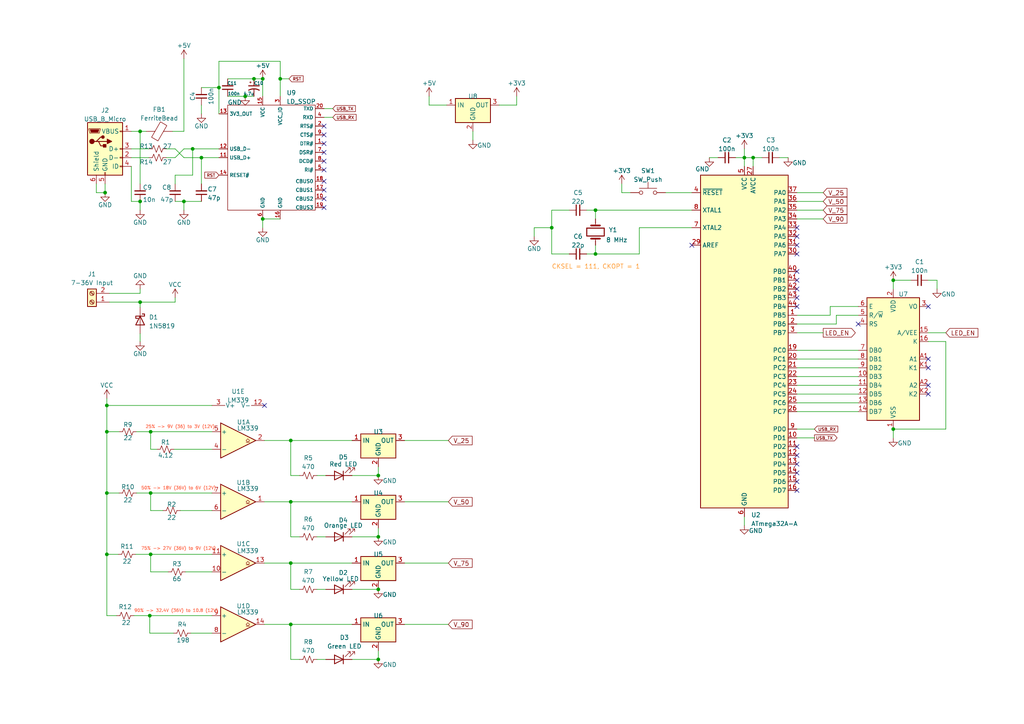
<source format=kicad_sch>
(kicad_sch (version 20230121) (generator eeschema)
  (paper "A4")
  (title_block (title "BattDicator") (date "2023-04-18") (rev "0.1"))
  (lib_symbols
    (symbol "Comparator:LM339" (pin_names (offset 0.127))
      (property "Reference" "U" (at 0 5.08 0))
      (property "Value" "LM339" (at 0 -5.08 0))
      (symbol "LM339_1_1"
        (polyline (pts (xy -5.08 5.08) (xy 5.08 0) (xy -5.08 -5.08) (xy -5.08 5.08)) (stroke (width 0.254)) (fill (type background)))
        (polyline (pts (xy 3.302 -0.508) (xy 2.794 -0.508) (xy 3.302 0) (xy 2.794 0.508) (xy 2.286 0) (xy 2.794 -0.508) (xy 2.286 -0.508)) (stroke (width 0.127)))
        (pin open_collector line (at 7.62 0 180) (length 2.54) (name "~") (number "2"))
        (pin input line (at -7.62 -2.54 0) (length 2.54) (name "-") (number "4"))
        (pin input line (at -7.62 2.54 0) (length 2.54) (name "+") (number "5"))
      )
      (symbol "LM339_2_1"
        (polyline (pts (xy -5.08 5.08) (xy 5.08 0) (xy -5.08 -5.08) (xy -5.08 5.08)) (stroke (width 0.254)) (fill (type background)))
        (polyline (pts (xy 3.302 -0.508) (xy 2.794 -0.508) (xy 3.302 0) (xy 2.794 0.508) (xy 2.286 0) (xy 2.794 -0.508) (xy 2.286 -0.508)) (stroke (width 0.127)))
        (pin open_collector line (at 7.62 0 180) (length 2.54) (name "~") (number "1"))
        (pin input line (at -7.62 -2.54 0) (length 2.54) (name "-") (number "6"))
        (pin input line (at -7.62 2.54 0) (length 2.54) (name "+") (number "7"))
      )
      (symbol "LM339_3_1"
        (polyline (pts (xy -5.08 5.08) (xy 5.08 0) (xy -5.08 -5.08) (xy -5.08 5.08)) (stroke (width 0.254)) (fill (type background)))
        (polyline (pts (xy 3.302 -0.508) (xy 2.794 -0.508) (xy 3.302 0) (xy 2.794 0.508) (xy 2.286 0) (xy 2.794 -0.508) (xy 2.286 -0.508)) (stroke (width 0.127)))
        (pin input line (at -7.62 -2.54 0) (length 2.54) (name "-") (number "10"))
        (pin input line (at -7.62 2.54 0) (length 2.54) (name "+") (number "11"))
        (pin open_collector line (at 7.62 0 180) (length 2.54) (name "~") (number "13"))
      )
      (symbol "LM339_4_1"
        (polyline (pts (xy -5.08 5.08) (xy 5.08 0) (xy -5.08 -5.08) (xy -5.08 5.08)) (stroke (width 0.254)) (fill (type background)))
        (polyline (pts (xy 3.302 -0.508) (xy 2.794 -0.508) (xy 3.302 0) (xy 2.794 0.508) (xy 2.286 0) (xy 2.794 -0.508) (xy 2.286 -0.508)) (stroke (width 0.127)))
        (pin open_collector line (at 7.62 0 180) (length 2.54) (name "~") (number "14"))
        (pin input line (at -7.62 -2.54 0) (length 2.54) (name "-") (number "8"))
        (pin input line (at -7.62 2.54 0) (length 2.54) (name "+") (number "9"))
      )
      (symbol "LM339_5_1"
        (pin power_in line (at -2.54 -7.62 90) (length 3.81) (name "V-") (number "12"))
        (pin power_in line (at -2.54 7.62 270) (length 3.81) (name "V+") (number "3"))
      )
    )
    (symbol "Connector:Screw_Terminal_01x02" (pin_names (offset 1.016) hide)
      (property "Reference" "J" (at 0 2.54 0))
      (property "Value" "Screw_Terminal_01x02" (at 0 -5.08 0))
      (symbol "Screw_Terminal_01x02_1_1"
        (rectangle (start -1.27 1.27) (end 1.27 -3.81) (stroke (width 0.254)) (fill (type background)))
        (circle (center 0 -2.54) (radius 0.635) (stroke (width 0.1524)))
        (polyline (pts (xy -0.5334 -2.2098) (xy 0.3302 -3.048)) (stroke (width 0.1524)))
        (polyline (pts (xy -0.5334 0.3302) (xy 0.3302 -0.508)) (stroke (width 0.1524)))
        (polyline (pts (xy -0.3556 -2.032) (xy 0.508 -2.8702)) (stroke (width 0.1524)))
        (polyline (pts (xy -0.3556 0.508) (xy 0.508 -0.3302)) (stroke (width 0.1524)))
        (circle (center 0 0) (radius 0.635) (stroke (width 0.1524)))
        (pin passive line (at -5.08 0 0) (length 3.81) (name "Pin_1") (number "1"))
        (pin passive line (at -5.08 -2.54 0) (length 3.81) (name "Pin_2") (number "2"))
      )
    )
    (symbol "Connector:USB_B_Micro" (pin_names (offset 1.016))
      (property "Reference" "J" (at -5.08 11.43 0))
      (property "Value" "USB_B_Micro" (at -5.08 8.89 0))
      (symbol "USB_B_Micro_0_1"
        (rectangle (start -5.08 -7.62) (end 5.08 7.62) (stroke (width 0.254)) (fill (type background)))
        (circle (center -3.81 2.159) (radius 0.635) (stroke (width 0.254)) (fill (type outline)))
        (circle (center -0.635 3.429) (radius 0.381) (stroke (width 0.254)) (fill (type outline)))
        (rectangle (start -0.127 -7.62) (end 0.127 -6.858))
        (polyline (pts (xy -1.905 2.159) (xy 0.635 2.159)) (stroke (width 0.254)))
        (polyline (pts (xy -3.175 2.159) (xy -2.54 2.159) (xy -1.27 3.429) (xy -0.635 3.429)) (stroke (width 0.254)))
        (polyline (pts (xy -2.54 2.159) (xy -1.905 2.159) (xy -1.27 0.889) (xy 0 0.889)) (stroke (width 0.254)))
        (polyline (pts (xy 0.635 2.794) (xy 0.635 1.524) (xy 1.905 2.159) (xy 0.635 2.794)) (stroke (width 0.254)) (fill (type outline)))
        (polyline (pts (xy -4.318 5.588) (xy -1.778 5.588) (xy -2.032 4.826) (xy -4.064 4.826) (xy -4.318 5.588)) (fill (type outline)))
        (polyline (pts (xy -4.699 5.842) (xy -4.699 5.588) (xy -4.445 4.826) (xy -4.445 4.572) (xy -1.651 4.572) (xy -1.651 4.826) (xy -1.397 5.588) (xy -1.397 5.842) (xy -4.699 5.842)))
        (rectangle (start 0.254 1.27) (end -0.508 0.508) (stroke (width 0.254)) (fill (type outline)))
        (rectangle (start 5.08 -5.207) (end 4.318 -4.953))
        (rectangle (start 5.08 -2.667) (end 4.318 -2.413))
        (rectangle (start 5.08 -0.127) (end 4.318 0.127))
        (rectangle (start 5.08 4.953) (end 4.318 5.207))
      )
      (symbol "USB_B_Micro_1_1"
        (pin power_out line (at 7.62 5.08 180) (length 2.54) (name "VBUS") (number "1"))
        (pin bidirectional line (at 7.62 -2.54 180) (length 2.54) (name "D-") (number "2"))
        (pin bidirectional line (at 7.62 0 180) (length 2.54) (name "D+") (number "3"))
        (pin passive line (at 7.62 -5.08 180) (length 2.54) (name "ID") (number "4"))
        (pin power_out line (at 0 -10.16 90) (length 2.54) (name "GND") (number "5"))
        (pin passive line (at -2.54 -10.16 90) (length 2.54) (name "Shield") (number "6"))
      )
    )
    (symbol "Converter_DCDC:OKI-78SR-3.3_1.5-W36-C"
      (property "Reference" "U" (at -3.81 3.175 0))
      (property "Value" "OKI-78SR-3.3_1.5-W36-C" (at 0 3.175 0))
      (symbol "OKI-78SR-3.3_1.5-W36-C_0_1"
        (rectangle (start -5.08 1.905) (end 5.08 -5.08) (stroke (width 0.254)) (fill (type background)))
      )
      (symbol "OKI-78SR-3.3_1.5-W36-C_1_1"
        (pin power_in line (at -7.62 0 0) (length 2.54) (name "IN") (number "1"))
        (pin power_in line (at 0 -7.62 90) (length 2.54) (name "GND") (number "2"))
        (pin power_out line (at 7.62 0 180) (length 2.54) (name "OUT") (number "3"))
      )
    )
    (symbol "Device:C_Polarized_Small_US" (pin_numbers hide) (pin_names (offset 0.254) hide)
      (property "Reference" "C" (at 0.254 1.778 0))
      (property "Value" "C_Polarized_Small_US" (at 0.254 -2.032 0))
      (symbol "C_Polarized_Small_US_0_1"
        (polyline (pts (xy -1.524 0.508) (xy 1.524 0.508)) (stroke (width 0.3048)))
        (polyline (pts (xy -1.27 1.524) (xy -0.762 1.524)))
        (polyline (pts (xy -1.016 1.27) (xy -1.016 1.778)))
        (arc (start 1.524 -0.762) (mid 0 -0.3734) (end -1.524 -0.762) (stroke (width 0.3048)))
      )
      (symbol "C_Polarized_Small_US_1_1"
        (pin passive line (at 0 2.54 270) (length 2.032) (name "~") (number "1"))
        (pin passive line (at 0 -2.54 90) (length 2.032) (name "~") (number "2"))
      )
    )
    (symbol "Device:C_Small" (pin_numbers hide) (pin_names (offset 0.254) hide)
      (property "Reference" "C" (at 0.254 1.778 0))
      (property "Value" "C_Small" (at 0.254 -2.032 0))
      (symbol "C_Small_0_1"
        (polyline (pts (xy -1.524 -0.508) (xy 1.524 -0.508)) (stroke (width 0.3302)))
        (polyline (pts (xy -1.524 0.508) (xy 1.524 0.508)) (stroke (width 0.3048)))
      )
      (symbol "C_Small_1_1"
        (pin passive line (at 0 2.54 270) (length 2.032) (name "~") (number "1"))
        (pin passive line (at 0 -2.54 90) (length 2.032) (name "~") (number "2"))
      )
    )
    (symbol "Device:Crystal" (pin_numbers hide) (pin_names (offset 1.016) hide)
      (property "Reference" "Y" (at 0 3.81 0))
      (property "Value" "Crystal" (at 0 -3.81 0))
      (symbol "Crystal_0_1"
        (rectangle (start -1.143 2.54) (end 1.143 -2.54) (stroke (width 0.3048)))
        (polyline (pts (xy -2.54 0) (xy -1.905 0)))
        (polyline (pts (xy -1.905 -1.27) (xy -1.905 1.27)) (stroke (width 0.508)))
        (polyline (pts (xy 1.905 -1.27) (xy 1.905 1.27)) (stroke (width 0.508)))
        (polyline (pts (xy 2.54 0) (xy 1.905 0)))
      )
      (symbol "Crystal_1_1"
        (pin passive line (at -3.81 0 0) (length 1.27) (name "1") (number "1"))
        (pin passive line (at 3.81 0 180) (length 1.27) (name "2") (number "2"))
      )
    )
    (symbol "Device:FerriteBead" (pin_numbers hide) (pin_names (offset 0))
      (property "Reference" "FB" (at -3.81 0.635 90))
      (property "Value" "FerriteBead" (at 3.81 0 90))
      (symbol "FerriteBead_0_1"
        (polyline (pts (xy 0 -1.27) (xy 0 -1.2192)))
        (polyline (pts (xy 0 1.27) (xy 0 1.2954)))
        (polyline (pts (xy -2.7686 0.4064) (xy -1.7018 2.2606) (xy 2.7686 -0.3048) (xy 1.6764 -2.159) (xy -2.7686 0.4064)))
      )
      (symbol "FerriteBead_1_1"
        (pin passive line (at 0 3.81 270) (length 2.54) (name "~") (number "1"))
        (pin passive line (at 0 -3.81 90) (length 2.54) (name "~") (number "2"))
      )
    )
    (symbol "Device:LED" (pin_numbers hide) (pin_names (offset 1.016) hide)
      (property "Reference" "D" (at 0 2.54 0))
      (property "Value" "LED" (at 0 -2.54 0))
      (symbol "LED_0_1"
        (polyline (pts (xy -1.27 -1.27) (xy -1.27 1.27)) (stroke (width 0.254)))
        (polyline (pts (xy -1.27 0) (xy 1.27 0)))
        (polyline (pts (xy 1.27 -1.27) (xy 1.27 1.27) (xy -1.27 0) (xy 1.27 -1.27)) (stroke (width 0.254)))
        (polyline (pts (xy -3.048 -0.762) (xy -4.572 -2.286) (xy -3.81 -2.286) (xy -4.572 -2.286) (xy -4.572 -1.524)))
        (polyline (pts (xy -1.778 -0.762) (xy -3.302 -2.286) (xy -2.54 -2.286) (xy -3.302 -2.286) (xy -3.302 -1.524)))
      )
      (symbol "LED_1_1"
        (pin passive line (at -3.81 0 0) (length 2.54) (name "K") (number "1"))
        (pin passive line (at 3.81 0 180) (length 2.54) (name "A") (number "2"))
      )
    )
    (symbol "Device:R_Small_US" (pin_numbers hide) (pin_names (offset 0.254) hide)
      (property "Reference" "R" (at 0.762 0.508 0))
      (property "Value" "R_Small_US" (at 0.762 -1.016 0))
      (symbol "R_Small_US_1_1"
        (polyline (pts (xy 0 0) (xy 1.016 -0.381) (xy 0 -0.762) (xy -1.016 -1.143) (xy 0 -1.524)))
        (polyline (pts (xy 0 1.524) (xy 1.016 1.143) (xy 0 0.762) (xy -1.016 0.381) (xy 0 0)))
        (pin passive line (at 0 2.54 270) (length 1.016) (name "~") (number "1"))
        (pin passive line (at 0 -2.54 90) (length 1.016) (name "~") (number "2"))
      )
    )
    (symbol "Diode:1N5819" (pin_numbers hide) (pin_names (offset 1.016) hide)
      (property "Reference" "D" (at 0 2.54 0))
      (property "Value" "1N5819" (at 0 -2.54 0))
      (symbol "1N5819_0_1"
        (polyline (pts (xy 1.27 0) (xy -1.27 0)))
        (polyline (pts (xy 1.27 1.27) (xy 1.27 -1.27) (xy -1.27 0) (xy 1.27 1.27)) (stroke (width 0.254)))
        (polyline (pts (xy -1.905 0.635) (xy -1.905 1.27) (xy -1.27 1.27) (xy -1.27 -1.27) (xy -0.635 -1.27) (xy -0.635 -0.635)) (stroke (width 0.254)))
      )
      (symbol "1N5819_1_1"
        (pin passive line (at -3.81 0 0) (length 2.54) (name "K") (number "1"))
        (pin passive line (at 3.81 0 180) (length 2.54) (name "A") (number "2"))
      )
    )
    (symbol "Display_Character:LCD-016N002L"
      (property "Reference" "U" (at -6.35 18.796 0))
      (property "Value" "LCD-016N002L" (at 8.636 18.796 0))
      (symbol "LCD-016N002L_1_1"
        (rectangle (start -7.62 17.78) (end 7.62 -17.78) (stroke (width 0.254)) (fill (type background)))
        (pin power_in line (at 0 -20.32 90) (length 2.54) (name "VSS") (number "1"))
        (pin bidirectional line (at -10.16 -5.08 0) (length 2.54) (name "DB3") (number "10"))
        (pin bidirectional line (at -10.16 -7.62 0) (length 2.54) (name "DB4") (number "11"))
        (pin bidirectional line (at -10.16 -10.16 0) (length 2.54) (name "DB5") (number "12"))
        (pin bidirectional line (at -10.16 -12.7 0) (length 2.54) (name "DB6") (number "13"))
        (pin bidirectional line (at -10.16 -15.24 0) (length 2.54) (name "DB7") (number "14"))
        (pin power_in line (at 10.16 7.62 180) (length 2.54) (name "A/VEE") (number "15"))
        (pin power_in line (at 10.16 5.08 180) (length 2.54) (name "K") (number "16"))
        (pin power_in line (at 0 20.32 270) (length 2.54) (name "VDD") (number "2"))
        (pin input line (at 10.16 15.24 180) (length 2.54) (name "VO") (number "3"))
        (pin input line (at -10.16 10.16 0) (length 2.54) (name "RS") (number "4"))
        (pin input line (at -10.16 12.7 0) (length 2.54) (name "R/~{W}") (number "5"))
        (pin input line (at -10.16 15.24 0) (length 2.54) (name "E") (number "6"))
        (pin bidirectional line (at -10.16 2.54 0) (length 2.54) (name "DB0") (number "7"))
        (pin bidirectional line (at -10.16 0 0) (length 2.54) (name "DB1") (number "8"))
        (pin bidirectional line (at -10.16 -2.54 0) (length 2.54) (name "DB2") (number "9"))
        (pin power_in line (at 10.16 0 180) (length 2.54) (name "A1") (number "A1"))
        (pin power_in line (at 10.16 -7.62 180) (length 2.54) (name "A2") (number "A2"))
        (pin power_in line (at 10.16 -2.54 180) (length 2.54) (name "K1") (number "K1"))
        (pin power_in line (at 10.16 -10.16 180) (length 2.54) (name "K2") (number "K2"))
      )
    )
    (symbol "FT231X:LD SSOP"
      (property "Reference" "U" (at 0 -2.54 0))
      (property "Value" "LD_SSOP" (at 0 -4.445 0))
      (symbol "LD SSOP_0_1"
        (rectangle (start -12.7 15.24) (end 12.7 -15.24))
      )
      (symbol "LD SSOP_1_1"
        (pin output line (at 15.24 4.064 180) (length 2.54) (name "DTR#") (number "1"))
        (pin bidirectional line (at 15.24 -11.938 180) (length 2.54) (name "CBUS2") (number "10"))
        (pin input line (at -15.24 0 0) (length 2.54) (name "USB_D+") (number "11"))
        (pin input line (at -15.24 2.54 0) (length 2.54) (name "USB_D-") (number "12"))
        (pin power_in line (at -15.24 12.7 0) (length 2.54) (name "3V3_OUT") (number "13"))
        (pin input line (at -15.24 -5.08 0) (length 2.54) (name "RESET#") (number "14"))
        (pin power_in line (at -2.54 17.78 270) (length 2.54) (name "VCC") (number "15"))
        (pin power_in line (at 2.54 -17.78 90) (length 2.54) (name "GND") (number "16"))
        (pin bidirectional line (at 15.24 -9.398 180) (length 2.54) (name "CBUS1") (number "17"))
        (pin bidirectional line (at 15.24 -6.858 180) (length 2.54) (name "CBUS0") (number "18"))
        (pin bidirectional line (at 15.24 -14.478 180) (length 2.54) (name "CBUS3") (number "19"))
        (pin output line (at 15.24 9.144 180) (length 2.54) (name "RTS#") (number "2"))
        (pin output line (at 15.24 14.224 180) (length 2.54) (name "TXD") (number "20"))
        (pin power_in line (at 2.54 17.78 270) (length 2.54) (name "VCC_IO") (number "3"))
        (pin input line (at 15.24 11.684 180) (length 2.54) (name "RXD") (number "4"))
        (pin input line (at 15.24 -3.556 180) (length 2.54) (name "RI#") (number "5"))
        (pin power_in line (at -2.54 -17.78 90) (length 2.54) (name "GND") (number "6"))
        (pin input line (at 15.24 1.524 180) (length 2.54) (name "DSR#") (number "7"))
        (pin input line (at 15.24 -1.016 180) (length 2.54) (name "DCD#") (number "8"))
        (pin input line (at 15.24 6.604 180) (length 2.54) (name "CTS#") (number "9"))
      )
    )
    (symbol "MCU_Microchip_ATmega:ATmega32A-A"
      (property "Reference" "U" (at -12.7 49.53 0))
      (property "Value" "ATmega32A-A" (at 2.54 -49.53 0))
      (symbol "ATmega32A-A_0_1"
        (rectangle (start -12.7 -48.26) (end 12.7 48.26) (stroke (width 0.254)) (fill (type background)))
      )
      (symbol "ATmega32A-A_1_1"
        (pin bidirectional line (at 15.24 7.62 180) (length 2.54) (name "PB5") (number "1"))
        (pin bidirectional line (at 15.24 -27.94 180) (length 2.54) (name "PD1") (number "10"))
        (pin bidirectional line (at 15.24 -30.48 180) (length 2.54) (name "PD2") (number "11"))
        (pin bidirectional line (at 15.24 -33.02 180) (length 2.54) (name "PD3") (number "12"))
        (pin bidirectional line (at 15.24 -35.56 180) (length 2.54) (name "PD4") (number "13"))
        (pin bidirectional line (at 15.24 -38.1 180) (length 2.54) (name "PD5") (number "14"))
        (pin bidirectional line (at 15.24 -40.64 180) (length 2.54) (name "PD6") (number "15"))
        (pin bidirectional line (at 15.24 -43.18 180) (length 2.54) (name "PD7") (number "16"))
        (pin passive line (at 0 50.8 270) (length 2.54) hide (name "VCC") (number "17"))
        (pin passive line (at 0 -50.8 90) (length 2.54) hide (name "GND") (number "18"))
        (pin bidirectional line (at 15.24 -2.54 180) (length 2.54) (name "PC0") (number "19"))
        (pin bidirectional line (at 15.24 5.08 180) (length 2.54) (name "PB6") (number "2"))
        (pin bidirectional line (at 15.24 -5.08 180) (length 2.54) (name "PC1") (number "20"))
        (pin bidirectional line (at 15.24 -7.62 180) (length 2.54) (name "PC2") (number "21"))
        (pin bidirectional line (at 15.24 -10.16 180) (length 2.54) (name "PC3") (number "22"))
        (pin bidirectional line (at 15.24 -12.7 180) (length 2.54) (name "PC4") (number "23"))
        (pin bidirectional line (at 15.24 -15.24 180) (length 2.54) (name "PC5") (number "24"))
        (pin bidirectional line (at 15.24 -17.78 180) (length 2.54) (name "PC6") (number "25"))
        (pin bidirectional line (at 15.24 -20.32 180) (length 2.54) (name "PC7") (number "26"))
        (pin power_in line (at 2.54 50.8 270) (length 2.54) (name "AVCC") (number "27"))
        (pin passive line (at 0 -50.8 90) (length 2.54) hide (name "GND") (number "28"))
        (pin passive line (at -15.24 27.94 0) (length 2.54) (name "AREF") (number "29"))
        (pin bidirectional line (at 15.24 2.54 180) (length 2.54) (name "PB7") (number "3"))
        (pin bidirectional line (at 15.24 25.4 180) (length 2.54) (name "PA7") (number "30"))
        (pin bidirectional line (at 15.24 27.94 180) (length 2.54) (name "PA6") (number "31"))
        (pin bidirectional line (at 15.24 30.48 180) (length 2.54) (name "PA5") (number "32"))
        (pin bidirectional line (at 15.24 33.02 180) (length 2.54) (name "PA4") (number "33"))
        (pin bidirectional line (at 15.24 35.56 180) (length 2.54) (name "PA3") (number "34"))
        (pin bidirectional line (at 15.24 38.1 180) (length 2.54) (name "PA2") (number "35"))
        (pin bidirectional line (at 15.24 40.64 180) (length 2.54) (name "PA1") (number "36"))
        (pin bidirectional line (at 15.24 43.18 180) (length 2.54) (name "PA0") (number "37"))
        (pin passive line (at 0 50.8 270) (length 2.54) hide (name "VCC") (number "38"))
        (pin passive line (at 0 -50.8 90) (length 2.54) hide (name "GND") (number "39"))
        (pin input line (at -15.24 43.18 0) (length 2.54) (name "~{RESET}") (number "4"))
        (pin bidirectional line (at 15.24 20.32 180) (length 2.54) (name "PB0") (number "40"))
        (pin bidirectional line (at 15.24 17.78 180) (length 2.54) (name "PB1") (number "41"))
        (pin bidirectional line (at 15.24 15.24 180) (length 2.54) (name "PB2") (number "42"))
        (pin bidirectional line (at 15.24 12.7 180) (length 2.54) (name "PB3") (number "43"))
        (pin bidirectional line (at 15.24 10.16 180) (length 2.54) (name "PB4") (number "44"))
        (pin power_in line (at 0 50.8 270) (length 2.54) (name "VCC") (number "5"))
        (pin power_in line (at 0 -50.8 90) (length 2.54) (name "GND") (number "6"))
        (pin output line (at -15.24 33.02 0) (length 2.54) (name "XTAL2") (number "7"))
        (pin input line (at -15.24 38.1 0) (length 2.54) (name "XTAL1") (number "8"))
        (pin bidirectional line (at 15.24 -25.4 180) (length 2.54) (name "PD0") (number "9"))
      )
    )
    (symbol "Switch:SW_Push" (pin_numbers hide) (pin_names (offset 1.016) hide)
      (property "Reference" "SW" (at 1.27 2.54 0))
      (property "Value" "SW_Push" (at 0 -1.524 0))
      (symbol "SW_Push_0_1"
        (circle (center -2.032 0) (radius 0.508))
        (polyline (pts (xy 0 1.27) (xy 0 3.048)))
        (polyline (pts (xy 2.54 1.27) (xy -2.54 1.27)))
        (circle (center 2.032 0) (radius 0.508))
        (pin passive line (at -5.08 0 0) (length 2.54) (name "1") (number "1"))
        (pin passive line (at 5.08 0 180) (length 2.54) (name "2") (number "2"))
      )
    )
    (symbol "power:+3V3" (power) (pin_names (offset 0))
      (property "Value" "+3V3" (at 0 3.556 0))
      (symbol "+3V3_0_1"
        (polyline (pts (xy -0.762 1.27) (xy 0 2.54)))
        (polyline (pts (xy 0 0) (xy 0 2.54)))
        (polyline (pts (xy 0 2.54) (xy 0.762 1.27)))
      )
      (symbol "+3V3_1_1"
        (pin power_in line (at 0 0 90) (length 0) hide (name "+3V3") (number "1"))
      )
    )
    (symbol "power:+5V" (power) (pin_names (offset 0))
      (property "Value" "+5V" (at 0 3.556 0))
      (symbol "+5V_0_1"
        (polyline (pts (xy -0.762 1.27) (xy 0 2.54)))
        (polyline (pts (xy 0 0) (xy 0 2.54)))
        (polyline (pts (xy 0 2.54) (xy 0.762 1.27)))
      )
      (symbol "+5V_1_1"
        (pin power_in line (at 0 0 90) (length 0) hide (name "+5V") (number "1"))
      )
    )
    (symbol "power:GND" (power) (pin_names (offset 0))
      (property "Value" "GND" (at 0 -3.81 0))
      (symbol "GND_0_1"
        (polyline (pts (xy 0 0) (xy 0 -1.27) (xy 1.27 -1.27) (xy 0 -2.54) (xy -1.27 -1.27) (xy 0 -1.27)))
      )
      (symbol "GND_1_1"
        (pin power_in line (at 0 0 270) (length 0) hide (name "GND") (number "1"))
      )
    )
    (symbol "power:VCC" (power) (pin_names (offset 0))
      (property "Value" "VCC" (at 0 3.81 0))
      (symbol "VCC_0_1"
        (polyline (pts (xy -0.762 1.27) (xy 0 2.54)))
        (polyline (pts (xy 0 0) (xy 0 2.54)))
        (polyline (pts (xy 0 2.54) (xy 0.762 1.27)))
      )
      (symbol "VCC_1_1"
        (pin power_in line (at 0 0 90) (length 0) hide (name "VCC") (number "1"))
      )
    )
  )
  (junction (at 71.12 27.94))
  (junction (at 76.2 22.86))
  (junction (at 30.48 55.88))
  (junction (at 172.72 73.66))
  (junction (at 43.688 143.002))
  (junction (at 40.64 87.63))
  (junction (at 84.328 145.542))
  (junction (at 43.688 125.222))
  (junction (at 55.88 43.18))
  (junction (at 58.42 45.72))
  (junction (at 84.328 181.102))
  (junction (at 30.988 160.782))
  (junction (at 84.328 127.762))
  (junction (at 30.988 143.002))
  (junction (at 40.64 58.42))
  (junction (at 53.34 58.42))
  (junction (at 259.08 81.28))
  (junction (at 84.328 163.322))
  (junction (at 109.728 137.922))
  (junction (at 81.28 22.86))
  (junction (at 160.02 66.04))
  (junction (at 30.988 125.222))
  (junction (at 63.5 25.4))
  (junction (at 30.988 117.602))
  (junction (at 172.72 60.96))
  (junction (at 76.2 63.5))
  (junction (at 218.44 45.72))
  (junction (at 109.728 191.262))
  (junction (at 259.08 124.46))
  (junction (at 40.64 38.1))
  (junction (at 215.9 45.72))
  (junction (at 73.66 22.86))
  (junction (at 43.688 160.782))
  (junction (at 109.728 170.942))
  (junction (at 43.434 178.562))
  (junction (at 109.728 155.702))
  (no_connect (at 93.98 46.736))
  (no_connect (at 269.24 106.68))
  (no_connect (at 76.708 117.602))
  (no_connect (at 248.92 93.98))
  (no_connect (at 269.24 114.3))
  (no_connect (at 231.14 139.7))
  (no_connect (at 93.98 44.196))
  (no_connect (at 231.14 71.12))
  (no_connect (at 200.66 71.12))
  (no_connect (at 231.14 66.04))
  (no_connect (at 93.98 39.116))
  (no_connect (at 93.98 41.656))
  (no_connect (at 269.24 88.9))
  (no_connect (at 231.14 137.16))
  (no_connect (at 93.98 49.276))
  (no_connect (at 231.14 78.74))
  (no_connect (at 231.14 81.28))
  (no_connect (at 231.14 129.54))
  (no_connect (at 231.14 142.24))
  (no_connect (at 93.98 55.118))
  (no_connect (at 93.98 52.578))
  (no_connect (at 93.98 57.658))
  (no_connect (at 231.14 68.58))
  (no_connect (at 231.14 83.82))
  (no_connect (at 231.14 132.08))
  (no_connect (at 269.24 104.14))
  (no_connect (at 231.14 73.66))
  (no_connect (at 231.14 134.62))
  (no_connect (at 231.14 86.36))
  (no_connect (at 231.14 88.9))
  (no_connect (at 269.24 111.76))
  (no_connect (at 93.98 60.198))
  (no_connect (at 93.98 36.576))
  (wire (pts (xy 124.46 27.94) (xy 124.46 30.48)))
  (wire (pts (xy 52.324 148.082) (xy 61.468 148.082)))
  (wire (pts (xy 91.948 170.942) (xy 94.488 170.942)))
  (wire (pts (xy 43.688 160.782) (xy 43.688 165.862)))
  (wire (pts (xy 55.88 43.18) (xy 63.5 43.18)))
  (wire (pts (xy 117.348 163.322) (xy 130.048 163.322)))
  (wire (pts (xy 50.8 87.63) (xy 50.8 86.36)))
  (wire (pts (xy 172.72 71.12) (xy 172.72 73.66)))
  (wire (pts (xy 40.64 58.42) (xy 40.64 60.96)))
  (wire (pts (xy 231.14 58.42) (xy 238.76 58.42)))
  (wire (pts (xy 215.9 45.72) (xy 218.44 45.72)))
  (wire (pts (xy 38.1 38.1) (xy 40.64 38.1)))
  (wire (pts (xy 259.08 81.28) (xy 264.16 81.28)))
  (wire (pts (xy 30.988 143.002) (xy 34.544 143.002)))
  (wire (pts (xy 53.848 165.862) (xy 61.468 165.862)))
  (wire (pts (xy 30.988 143.002) (xy 30.988 160.782)))
  (wire (pts (xy 84.328 170.942) (xy 86.868 170.942)))
  (wire (pts (xy 185.42 73.66) (xy 172.72 73.66)))
  (wire (pts (xy 58.42 45.72) (xy 58.42 53.34)))
  (wire (pts (xy 30.988 125.222) (xy 30.988 143.002)))
  (wire (pts (xy 172.72 60.96) (xy 200.66 60.96)))
  (wire (pts (xy 165.1 73.66) (xy 160.02 73.66)))
  (wire (pts (xy 30.988 160.782) (xy 34.29 160.782)))
  (wire (pts (xy 81.28 22.86) (xy 81.28 17.78)))
  (wire (pts (xy 63.5 33.02) (xy 63.5 25.4)))
  (wire (pts (xy 218.44 45.72) (xy 218.44 48.26)))
  (wire (pts (xy 231.14 63.5) (xy 238.76 63.5)))
  (wire (pts (xy 84.328 145.542) (xy 84.328 155.702)))
  (wire (pts (xy 124.46 30.48) (xy 129.54 30.48)))
  (wire (pts (xy 231.14 60.96) (xy 238.76 60.96)))
  (wire (pts (xy 218.44 45.72) (xy 220.98 45.72)))
  (wire (pts (xy 53.34 58.42) (xy 50.8 58.42)))
  (wire (pts (xy 109.728 135.382) (xy 109.728 137.922)))
  (wire (pts (xy 91.948 191.262) (xy 94.488 191.262)))
  (wire (pts (xy 38.1 48.26) (xy 38.1 58.42)))
  (wire (pts (xy 43.688 143.002) (xy 39.624 143.002)))
  (wire (pts (xy 160.02 73.66) (xy 160.02 66.04)))
  (wire (pts (xy 40.64 38.1) (xy 42.418 38.1)))
  (wire (pts (xy 55.88 50.8) (xy 50.8 50.8)))
  (wire (pts (xy 84.328 155.702) (xy 86.868 155.702)))
  (wire (pts (xy 81.28 22.86) (xy 81.28 27.94)))
  (wire (pts (xy 76.708 163.322) (xy 84.328 163.322)))
  (wire (pts (xy 149.86 30.48) (xy 149.86 27.94)))
  (wire (pts (xy 43.688 125.222) (xy 43.688 130.302)))
  (wire (pts (xy 30.988 117.602) (xy 30.988 125.222)))
  (wire (pts (xy 27.94 53.34) (xy 27.94 55.88)))
  (wire (pts (xy 83.82 22.86) (xy 81.28 22.86)))
  (wire (pts (xy 43.688 148.082) (xy 47.244 148.082)))
  (wire (pts (xy 93.98 34.036) (xy 96.52 34.036)))
  (wire (pts (xy 30.988 125.222) (xy 34.544 125.222)))
  (wire (pts (xy 109.728 155.702) (xy 109.728 153.162)))
  (wire (pts (xy 84.328 191.262) (xy 84.328 181.102)))
  (wire (pts (xy 81.28 17.78) (xy 63.5 17.78)))
  (wire (pts (xy 231.14 114.3) (xy 248.92 114.3)))
  (wire (pts (xy 231.14 104.14) (xy 248.92 104.14)))
  (wire (pts (xy 231.14 111.76) (xy 248.92 111.76)))
  (wire (pts (xy 40.64 38.1) (xy 40.64 53.34)))
  (wire (pts (xy 269.24 99.06) (xy 274.32 99.06)))
  (wire (pts (xy 117.348 127.762) (xy 130.048 127.762)))
  (wire (pts (xy 50.038 38.1) (xy 53.34 38.1)))
  (wire (pts (xy 55.88 43.18) (xy 55.88 50.8)))
  (wire (pts (xy 215.9 43.18) (xy 215.9 45.72)))
  (wire (pts (xy 172.72 60.96) (xy 170.18 60.96)))
  (wire (pts (xy 84.328 127.762) (xy 84.328 137.922)))
  (wire (pts (xy 236.22 124.46) (xy 231.14 124.46)))
  (wire (pts (xy 58.42 58.42) (xy 53.34 58.42)))
  (wire (pts (xy 30.988 178.562) (xy 33.782 178.562)))
  (wire (pts (xy 231.14 119.38) (xy 248.92 119.38)))
  (wire (pts (xy 269.24 81.28) (xy 271.78 81.28)))
  (wire (pts (xy 53.34 17.018) (xy 53.34 38.1)))
  (wire (pts (xy 31.75 87.63) (xy 40.64 87.63)))
  (wire (pts (xy 40.64 87.63) (xy 50.8 87.63)))
  (wire (pts (xy 154.94 66.04) (xy 160.02 66.04)))
  (wire (pts (xy 86.868 191.262) (xy 84.328 191.262)))
  (wire (pts (xy 66.04 22.86) (xy 73.66 22.86)))
  (wire (pts (xy 172.72 73.66) (xy 170.18 73.66)))
  (wire (pts (xy 50.546 130.302) (xy 61.468 130.302)))
  (wire (pts (xy 102.108 170.942) (xy 109.728 170.942)))
  (wire (pts (xy 39.37 160.782) (xy 43.688 160.782)))
  (wire (pts (xy 231.14 91.44) (xy 240.792 91.44)))
  (wire (pts (xy 43.688 130.302) (xy 45.466 130.302)))
  (wire (pts (xy 231.14 106.68) (xy 248.92 106.68)))
  (wire (pts (xy 84.328 145.542) (xy 102.108 145.542)))
  (wire (pts (xy 160.02 66.04) (xy 160.02 60.96)))
  (wire (pts (xy 109.728 191.262) (xy 109.728 188.722)))
  (wire (pts (xy 84.328 181.102) (xy 102.108 181.102)))
  (wire (pts (xy 137.16 38.1) (xy 137.16 40.64)))
  (wire (pts (xy 117.348 145.542) (xy 130.048 145.542)))
  (wire (pts (xy 102.108 191.262) (xy 109.728 191.262)))
  (wire (pts (xy 43.688 125.222) (xy 61.468 125.222)))
  (wire (pts (xy 71.12 27.94) (xy 73.66 27.94)))
  (wire (pts (xy 30.988 115.57) (xy 30.988 117.602)))
  (wire (pts (xy 259.08 124.46) (xy 274.32 124.46)))
  (wire (pts (xy 81.28 63.5) (xy 76.2 63.5)))
  (wire (pts (xy 215.9 149.86) (xy 215.9 152.4)))
  (wire (pts (xy 76.708 145.542) (xy 84.328 145.542)))
  (wire (pts (xy 144.78 30.48) (xy 149.86 30.48)))
  (wire (pts (xy 84.328 163.322) (xy 102.108 163.322)))
  (wire (pts (xy 200.66 66.04) (xy 185.42 66.04)))
  (wire (pts (xy 185.42 66.04) (xy 185.42 73.66)))
  (wire (pts (xy 84.328 163.322) (xy 84.328 170.942)))
  (wire (pts (xy 66.04 27.94) (xy 71.12 27.94)))
  (wire (pts (xy 30.988 117.602) (xy 61.468 117.602)))
  (wire (pts (xy 38.1 43.18) (xy 43.18 43.18)))
  (wire (pts (xy 240.792 88.9) (xy 248.92 88.9)))
  (wire (pts (xy 53.34 43.18) (xy 55.88 43.18)))
  (wire (pts (xy 43.434 178.562) (xy 61.468 178.562)))
  (wire (pts (xy 160.02 60.96) (xy 165.1 60.96)))
  (wire (pts (xy 40.64 87.63) (xy 40.64 89.154)))
  (wire (pts (xy 231.14 109.22) (xy 248.92 109.22)))
  (wire (pts (xy 215.9 45.72) (xy 215.9 48.26)))
  (wire (pts (xy 172.72 63.5) (xy 172.72 60.96)))
  (wire (pts (xy 50.8 45.72) (xy 53.34 43.18)))
  (wire (pts (xy 269.24 96.52) (xy 274.32 96.52)))
  (wire (pts (xy 242.57 93.98) (xy 242.57 91.44)))
  (wire (pts (xy 84.328 127.762) (xy 102.108 127.762)))
  (wire (pts (xy 63.5 25.4) (xy 58.42 25.4)))
  (wire (pts (xy 31.75 85.09) (xy 40.64 85.09)))
  (wire (pts (xy 259.08 81.28) (xy 259.08 83.82)))
  (wire (pts (xy 102.108 137.922) (xy 109.728 137.922)))
  (wire (pts (xy 27.94 55.88) (xy 30.48 55.88)))
  (wire (pts (xy 43.434 183.642) (xy 50.292 183.642)))
  (wire (pts (xy 180.34 55.88) (xy 182.88 55.88)))
  (wire (pts (xy 58.42 30.48) (xy 58.42 33.02)))
  (wire (pts (xy 76.2 22.86) (xy 76.2 27.94)))
  (wire (pts (xy 38.1 45.72) (xy 43.18 45.72)))
  (wire (pts (xy 240.792 91.44) (xy 240.792 88.9)))
  (wire (pts (xy 40.64 85.09) (xy 40.64 83.82)))
  (wire (pts (xy 180.34 53.34) (xy 180.34 55.88)))
  (wire (pts (xy 43.434 178.562) (xy 43.434 183.642)))
  (wire (pts (xy 91.948 137.922) (xy 94.488 137.922)))
  (wire (pts (xy 193.04 55.88) (xy 200.66 55.88)))
  (wire (pts (xy 117.348 181.102) (xy 130.048 181.102)))
  (wire (pts (xy 259.08 124.46) (xy 259.08 127)))
  (wire (pts (xy 55.372 183.642) (xy 61.468 183.642)))
  (wire (pts (xy 242.57 91.44) (xy 248.92 91.44)))
  (wire (pts (xy 96.52 31.496) (xy 93.98 31.496)))
  (wire (pts (xy 43.688 143.002) (xy 61.468 143.002)))
  (wire (pts (xy 271.78 81.28) (xy 271.78 83.82)))
  (wire (pts (xy 30.988 160.782) (xy 30.988 178.562)))
  (wire (pts (xy 236.22 127) (xy 231.14 127)))
  (wire (pts (xy 73.66 22.86) (xy 76.2 22.86)))
  (wire (pts (xy 43.688 160.782) (xy 61.468 160.782)))
  (wire (pts (xy 231.14 55.88) (xy 238.76 55.88)))
  (wire (pts (xy 205.74 45.72) (xy 208.28 45.72)))
  (wire (pts (xy 43.688 143.002) (xy 43.688 148.082)))
  (wire (pts (xy 84.328 137.922) (xy 86.868 137.922)))
  (wire (pts (xy 231.14 116.84) (xy 248.92 116.84)))
  (wire (pts (xy 63.5 17.78) (xy 63.5 25.4)))
  (wire (pts (xy 48.26 43.18) (xy 50.8 43.18)))
  (wire (pts (xy 274.32 99.06) (xy 274.32 124.46)))
  (wire (pts (xy 76.708 181.102) (xy 84.328 181.102)))
  (wire (pts (xy 53.34 58.42) (xy 53.34 60.96)))
  (wire (pts (xy 231.14 96.52) (xy 238.76 96.52)))
  (wire (pts (xy 30.48 53.34) (xy 30.48 55.88)))
  (wire (pts (xy 50.8 43.18) (xy 53.34 45.72)))
  (wire (pts (xy 91.948 155.702) (xy 94.488 155.702)))
  (wire (pts (xy 102.108 155.702) (xy 109.728 155.702)))
  (wire (pts (xy 231.14 101.6) (xy 248.92 101.6)))
  (wire (pts (xy 40.64 96.774) (xy 40.64 99.06)))
  (wire (pts (xy 58.42 45.72) (xy 63.5 45.72)))
  (wire (pts (xy 38.862 178.562) (xy 43.434 178.562)))
  (wire (pts (xy 226.06 45.72) (xy 228.6 45.72)))
  (wire (pts (xy 213.36 45.72) (xy 215.9 45.72)))
  (wire (pts (xy 48.26 45.72) (xy 50.8 45.72)))
  (wire (pts (xy 50.8 50.8) (xy 50.8 53.34)))
  (wire (pts (xy 53.34 45.72) (xy 58.42 45.72)))
  (wire (pts (xy 43.688 165.862) (xy 48.768 165.862)))
  (wire (pts (xy 76.2 63.5) (xy 76.2 66.04)))
  (wire (pts (xy 39.624 125.222) (xy 43.688 125.222)))
  (wire (pts (xy 38.1 58.42) (xy 40.64 58.42)))
  (wire (pts (xy 231.14 93.98) (xy 242.57 93.98)))
  (wire (pts (xy 76.708 127.762) (xy 84.328 127.762)))
  (wire (pts (xy 154.94 68.58) (xy 154.94 66.04)))
  (text "CKSEL = 111, CKOPT = 1" (at 160.02 78.232 0) (effects (font (size 1.27 1.27)) (justify left bottom)))
  (text "25% -> 9V (36) to 3V (12V)" (at 42.164 124.46 0) (effects (font (size 0.889 0.889)) (justify left bottom)))
  (text "90% -> 32.4V (36V) to 10.8 (12V)" (at 38.862 177.8 0) (effects (font (size 0.889 0.889)) (justify left bottom)))
  (text "50% -> 18V (36V) to 6V (12V)" (at 40.894 142.24 0) (effects (font (size 0.889 0.889)) (justify left bottom)))
  (text "75% -> 27V (36V) to 9V (12V)" (at 40.894 159.766 0) (effects (font (size 0.889 0.889)) (justify left bottom)))
  (global_label "V_25" (shape input) (at 238.76 55.88 0) (property "Intersheetrefs" "${INTERSHEET_REFS}" (effects hide)))
  (global_label "USB_RX" (shape input) (at 96.52 34.036 0) (effects (font (size 0.889 0.889))) (property "Intersheetrefs" "${INTERSHEET_REFS}" (effects hide)))
  (global_label "V_75" (shape input) (at 238.76 60.96 0) (property "Intersheetrefs" "${INTERSHEET_REFS}" (effects hide)))
  (global_label "LED_EN" (shape output) (at 238.76 96.52 0) (property "Intersheetrefs" "${INTERSHEET_REFS}" (effects hide)))
  (global_label "USB_RX" (shape input) (at 236.22 124.46 0) (effects (font (size 0.889 0.889))) (property "Intersheetrefs" "${INTERSHEET_REFS}" (effects hide)))
  (global_label "RST" (shape input) (at 83.82 22.86 0) (effects (font (size 0.889 0.889))) (property "Intersheetrefs" "${INTERSHEET_REFS}" (effects hide)))
  (global_label "LED_EN" (shape input) (at 274.32 96.52 0) (property "Intersheetrefs" "${INTERSHEET_REFS}" (effects hide)))
  (global_label "V_50" (shape input) (at 130.048 145.542 0) (property "Intersheetrefs" "${INTERSHEET_REFS}" (effects hide)))
  (global_label "V_75" (shape input) (at 130.048 163.322 0) (property "Intersheetrefs" "${INTERSHEET_REFS}" (effects hide)))
  (global_label "USB_TX" (shape input) (at 96.52 31.496 0) (effects (font (size 0.889 0.889))) (property "Intersheetrefs" "${INTERSHEET_REFS}" (effects hide)))
  (global_label "V_90" (shape input) (at 238.76 63.5 0) (property "Intersheetrefs" "${INTERSHEET_REFS}" (effects hide)))
  (global_label "V_90" (shape input) (at 130.048 181.102 0) (property "Intersheetrefs" "${INTERSHEET_REFS}" (effects hide)))
  (global_label "USB_TX" (shape output) (at 236.22 127 0) (effects (font (size 0.889 0.889))) (property "Intersheetrefs" "${INTERSHEET_REFS}" (effects hide)))
  (global_label "RST" (shape input) (at 63.5 50.8 180) (effects (font (size 0.889 0.889))) (property "Intersheetrefs" "${INTERSHEET_REFS}" (effects hide)))
  (global_label "V_50" (shape input) (at 238.76 58.42 0) (property "Intersheetrefs" "${INTERSHEET_REFS}" (effects hide)))
  (global_label "V_25" (shape input) (at 130.048 127.762 0) (property "Intersheetrefs" "${INTERSHEET_REFS}" (effects hide)))
  (symbol (lib_id "Connector:Screw_Terminal_01x02") (at 26.67 87.63 180) (unit 1)
    (property "Reference" "J1" (at 26.67 79.502 0))
    (property "Value" "7-36V Input" (at 26.67 82.042 0))
  )
  (symbol (lib_id "power:GND") (at 30.48 55.88 0) (unit 1)
    (property "Reference" "#PWR020" (effects hide))
    (property "Value" "GND" (at 30.48 59.436 0))
  )
  (symbol (lib_id "Device:R_Small_US") (at 36.83 160.782 90) (unit 1)
    (property "Reference" "R11" (at 36.83 158.496 90))
    (property "Value" "22" (at 36.83 162.814 90))
  )
  (symbol (lib_id "power:+5V") (at 124.46 27.94 0) (unit 1)
    (property "Reference" "#PWR028" (effects hide))
    (property "Value" "+VUSB" (at 124.46 24.13 0))
  )
  (symbol (lib_id "Device:R_Small_US") (at 89.408 191.262 90) (unit 1)
    (property "Reference" "R8" (at 89.408 186.182 90))
    (property "Value" "470" (at 89.408 188.722 90))
    (property "Footprint" "Resistor_SMD:R_0805_2012Metric_Pad1.20x1.40mm_HandSolder" (effects hide))
  )
  (symbol (lib_id "Device:R_Small_US") (at 49.784 148.082 90) (unit 1)
    (property "Reference" "R2" (at 49.784 146.304 90))
    (property "Value" "22" (at 49.784 150.114 90))
    (property "Footprint" "Resistor_SMD:R_0805_2012Metric_Pad1.20x1.40mm_HandSolder" (effects hide))
  )
  (symbol (lib_id "Comparator:LM339") (at 69.088 115.062 90) (unit 5)
    (property "Reference" "U1" (at 69.088 113.538 90))
    (property "Value" "LM339" (at 69.088 116.078 90))
    (property "Footprint" "Package_SO:SO-14_3.9x8.65mm_P1.27mm" (effects hide))
    (property "Datasheet" "https://www.st.com/resource/en/datasheet/lm139.pdf" (effects hide))
  )
  (symbol (lib_id "power:+3V3") (at 259.08 81.28 0) (unit 1)
    (property "Reference" "#PWR014" (effects hide))
    (property "Value" "+3V3" (at 259.08 77.47 0))
  )
  (symbol (lib_id "Device:C_Small") (at 167.64 73.66 90) (unit 1)
    (property "Reference" "C6" (at 167.6463 68.58 90))
    (property "Value" "22p" (at 167.6463 71.12 90))
    (property "Footprint" "Capacitor_SMD:C_0805_2012Metric_Pad1.18x1.45mm_HandSolder" (effects hide))
  )
  (symbol (lib_id "power:GND") (at 109.728 191.262 0) (unit 1)
    (property "Reference" "#PWR06" (effects hide))
    (property "Value" "GND" (at 113.03 192.786 0))
  )
  (symbol (lib_id "Converter_DCDC:OKI-78SR-3.3_1.5-W36-C") (at 109.728 163.322 0) (unit 1)
    (property "Reference" "U5" (at 109.728 160.782 0))
    (property "Value" "OKI-78SR-3.3_1.5-W36-C" (effects hide))
    (property "Footprint" "Converter_DCDC:Converter_DCDC_Murata_OKI-78SR_Vertical" (effects hide))
    (property "Datasheet" "https://power.murata.com/data/power/oki-78sr.pdf" (effects hide))
  )
  (symbol (lib_id "Device:FerriteBead") (at 46.228 38.1 90) (unit 1)
    (property "Reference" "FB1" (at 46.1772 31.75 90))
    (property "Value" "FerriteBead" (at 46.1772 34.29 90))
    (property "Footprint" "Ferrite_THT:LairdTech_28C0236-0JW-10" (effects hide))
  )
  (symbol (lib_id "power:GND") (at 154.94 68.58 0) (unit 1)
    (property "Reference" "#PWR025" (effects hide))
    (property "Value" "GND" (at 154.94 72.136 0))
  )
  (symbol (lib_id "power:GND") (at 109.728 137.922 0) (unit 1)
    (property "Reference" "#PWR03" (effects hide))
    (property "Value" "GND" (at 113.03 139.446 0))
  )
  (symbol (lib_id "Device:LED") (at 98.298 155.702 180) (unit 1)
    (property "Reference" "D4" (at 99.568 150.876 0))
    (property "Value" "Orange LED" (at 99.568 152.4 0))
  )
  (symbol (lib_id "Device:R_Small_US") (at 48.006 130.302 90) (unit 1)
    (property "Reference" "R1" (at 48.006 128.27 90))
    (property "Value" "4.12" (at 48.006 132.08 90))
    (property "Footprint" "Resistor_SMD:R_0805_2012Metric_Pad1.20x1.40mm_HandSolder" (effects hide))
  )
  (symbol (lib_id "Device:LED") (at 98.298 137.922 180) (unit 1)
    (property "Reference" "D5" (at 99.568 132.588 0))
    (property "Value" "Red LED" (at 99.568 134.62 0))
  )
  (symbol (lib_id "Device:R_Small_US") (at 51.308 165.862 90) (unit 1)
    (property "Reference" "R3" (at 51.308 163.576 90))
    (property "Value" "66" (at 51.308 167.894 90))
    (property "Footprint" "Resistor_SMD:R_0805_2012Metric_Pad1.20x1.40mm_HandSolder" (effects hide))
  )
  (symbol (lib_id "Comparator:LM339") (at 69.088 181.102 0) (unit 4)
    (property "Reference" "U1" (at 70.612 175.768 0))
    (property "Value" "LM339" (at 71.882 177.546 0))
    (property "Footprint" "Package_SO:SO-14_3.9x8.65mm_P1.27mm" (effects hide))
    (property "Datasheet" "https://www.st.com/resource/en/datasheet/lm139.pdf" (effects hide))
  )
  (symbol (lib_id "Device:C_Small") (at 167.64 60.96 90) (unit 1)
    (property "Reference" "C5" (at 167.6463 55.88 90))
    (property "Value" "22p" (at 167.6463 58.42 90))
    (property "Footprint" "Capacitor_SMD:C_0805_2012Metric_Pad1.18x1.45mm_HandSolder" (effects hide))
  )
  (symbol (lib_id "power:GND") (at 40.64 60.96 0) (unit 1)
    (property "Reference" "#PWR026" (effects hide))
    (property "Value" "GND" (at 40.64 64.516 0))
  )
  (symbol (lib_id "power:GND") (at 53.34 60.96 0) (unit 1)
    (property "Reference" "#PWR027" (effects hide))
    (property "Value" "GND" (at 53.34 64.516 0))
  )
  (symbol (lib_id "Comparator:LM339") (at 69.088 127.762 0) (unit 1)
    (property "Reference" "U1" (at 70.612 122.428 0))
    (property "Value" "LM339" (at 71.882 124.206 0))
    (property "Footprint" "Package_SO:SO-14_3.9x8.65mm_P1.27mm" (effects hide))
    (property "Datasheet" "https://www.st.com/resource/en/datasheet/lm139.pdf" (effects hide))
  )
  (symbol (lib_id "power:+5V") (at 53.34 17.018 0) (unit 1)
    (property "Reference" "#PWR023" (effects hide))
    (property "Value" "+VUSB" (at 53.34 13.208 0))
  )
  (symbol (lib_id "power:+3V3") (at 180.34 53.34 0) (unit 1)
    (property "Reference" "#PWR015" (effects hide))
    (property "Value" "+3V3" (at 180.34 49.53 0))
  )
  (symbol (lib_id "power:VCC") (at 30.988 115.57 0) (unit 1)
    (property "Reference" "#PWR08" (effects hide))
    (property "Value" "+VBATT" (at 30.988 111.76 0))
  )
  (symbol (lib_id "Device:C_Small") (at 223.52 45.72 90) (unit 1)
    (property "Reference" "C3" (at 223.5263 40.64 90))
    (property "Value" "100n" (at 223.5263 43.18 90))
    (property "Footprint" "Capacitor_SMD:C_0805_2012Metric_Pad1.18x1.45mm_HandSolder" (effects hide))
  )
  (symbol (lib_id "Device:R_Small_US") (at 45.72 45.72 90) (unit 1)
    (property "Reference" "R14" (at 42.418 46.99 90))
    (property "Value" "27" (at 48.514 46.99 90))
    (property "Footprint" "Resistor_SMD:R_0805_2012Metric_Pad1.20x1.40mm_HandSolder" (effects hide))
  )
  (symbol (lib_id "MCU_Microchip_ATmega:ATmega32A-A") (at 215.9 99.06 0) (unit 1)
    (property "Reference" "U2" (at 217.8559 149.352 0) (effects (justify left)))
    (property "Value" "ATmega32A-A" (at 217.8559 151.892 0) (effects (justify left)))
    (property "Footprint" "Package_QFP:TQFP-44_10x10mm_P0.8mm" (effects hide))
    (property "Datasheet" "http://ww1.microchip.com/downloads/en/DeviceDoc/atmel-8155-8-bit-microcontroller-avr-atmega32a_datasheet.pdf" (effects hide))
  )
  (symbol (lib_id "power:GND") (at 76.2 66.04 0) (unit 1)
    (property "Reference" "#PWR019" (effects hide))
    (property "Value" "GND" (at 76.2 69.596 0))
  )
  (symbol (lib_id "power:GND") (at 137.16 40.64 0) (unit 1)
    (property "Reference" "#PWR011" (effects hide))
    (property "Value" "GND" (at 140.462 42.164 0))
  )
  (symbol (lib_id "Device:R_Small_US") (at 89.408 137.922 90) (unit 1)
    (property "Reference" "R5" (at 89.408 132.842 90))
    (property "Value" "470" (at 89.408 135.382 90))
    (property "Footprint" "Resistor_SMD:R_0805_2012Metric_Pad1.20x1.40mm_HandSolder" (effects hide))
  )
  (symbol (lib_id "Device:R_Small_US") (at 37.084 125.222 90) (unit 1)
    (property "Reference" "R9" (at 37.084 123.19 90))
    (property "Value" "22" (at 37.084 127 90))
    (property "Footprint" "Resistor_SMD:R_0805_2012Metric_Pad1.20x1.40mm_HandSolder" (effects hide))
  )
  (symbol (lib_id "Device:LED") (at 98.298 170.942 180) (unit 1)
    (property "Reference" "D2" (at 99.568 166.116 0))
    (property "Value" "Yellow LED" (at 98.806 167.894 0))
  )
  (symbol (lib_id "power:GND") (at 71.12 27.94 0) (unit 1)
    (property "Reference" "#PWR021" (effects hide))
    (property "Value" "GND" (at 68.072 29.718 0))
  )
  (symbol (lib_id "power:GND") (at 40.64 99.06 0) (unit 1)
    (property "Reference" "#PWR01" (effects hide))
    (property "Value" "GND" (at 40.64 102.616 0))
  )
  (symbol (lib_id "power:GND") (at 215.9 152.4 0) (unit 1)
    (property "Reference" "#PWR09" (effects hide))
    (property "Value" "GND" (at 219.202 153.924 0))
  )
  (symbol (lib_id "power:GND") (at 58.42 33.02 0) (unit 1)
    (property "Reference" "#PWR022" (effects hide))
    (property "Value" "GND" (at 58.42 36.576 0))
  )
  (symbol (lib_id "power:GND") (at 109.728 155.702 0) (unit 1)
    (property "Reference" "#PWR04" (effects hide))
    (property "Value" "GND" (at 113.03 157.226 0))
  )
  (symbol (lib_id "power:+3V3") (at 215.9 43.18 0) (unit 1)
    (property "Reference" "#PWR013" (effects hide))
    (property "Value" "+3V3" (at 215.9 39.37 0))
  )
  (symbol (lib_id "Device:LED") (at 98.298 191.262 180) (unit 1)
    (property "Reference" "D3" (at 99.8855 184.912 0))
    (property "Value" "Green LED" (at 99.8855 187.452 0))
  )
  (symbol (lib_id "Display_Character:LCD-016N002L") (at 259.08 104.14 0) (unit 1)
    (property "Reference" "U7" (at 260.604 85.344 0) (effects (justify left)))
    (property "Value" "LCD-016N002L" (effects hide))
    (property "Footprint" "Display:HY1602E" (effects hide))
    (property "Datasheet" "http://www.vishay.com/docs/37299/37299.pdf" (effects hide))
  )
  (symbol (lib_id "Diode:1N5819") (at 40.64 92.964 270) (unit 1)
    (property "Reference" "D1" (at 43.18 92.0115 90) (effects (justify left)))
    (property "Value" "1N5819" (at 43.18 94.5515 90) (effects (justify left)))
    (property "Footprint" "Diode_THT:D_DO-41_SOD81_P10.16mm_Horizontal" (effects hide))
    (property "Datasheet" "http://www.vishay.com/docs/88525/1n5817.pdf" (effects hide))
  )
  (symbol (lib_id "Device:C_Small") (at 50.8 55.88 180) (unit 1)
    (property "Reference" "C8" (at 46.99 54.356 0) (effects (justify right)))
    (property "Value" "47p" (at 46.482 57.912 0) (effects (justify right)))
    (property "Footprint" "Capacitor_SMD:C_0805_2012Metric_Pad1.18x1.45mm_HandSolder" (effects hide))
  )
  (symbol (lib_id "power:GND") (at 228.6 45.72 0) (unit 1)
    (property "Reference" "#PWR018" (effects hide))
    (property "Value" "GND" (at 231.902 47.244 0))
  )
  (symbol (lib_id "power:GND") (at 271.78 83.82 0) (unit 1)
    (property "Reference" "#PWR016" (effects hide))
    (property "Value" "GND" (at 275.082 85.344 0))
  )
  (symbol (lib_id "Device:R_Small_US") (at 36.322 178.562 90) (unit 1)
    (property "Reference" "R12" (at 36.322 176.022 90))
    (property "Value" "22" (at 36.576 180.594 90))
  )
  (symbol (lib_id "Connector:USB_B_Micro") (at 30.48 43.18 0) (unit 1)
    (property "Reference" "J2" (at 30.48 32.004 0))
    (property "Value" "USB_B_Micro" (at 30.48 34.544 0))
    (property "Footprint" "Connector_USB:USB_Micro-B_Molex_47346-0001" (effects hide))
    (property "Sim.Device" "V" (effects hide))
    (property "Sim.Type" "DC" (effects hide))
    (property "Sim.Pins" "1=+ 2=-" (effects hide))
    (property "Sim.Params" "dc=5 ac=0" (effects hide))
  )
  (symbol (lib_id "power:GND") (at 109.728 170.942 0) (unit 1)
    (property "Reference" "#PWR05" (effects hide))
    (property "Value" "GND" (at 113.03 172.466 0))
  )
  (symbol (lib_id "Comparator:LM339") (at 69.088 145.542 0) (unit 2)
    (property "Reference" "U1" (at 70.612 139.954 0))
    (property "Value" "LM339" (at 71.882 141.732 0))
    (property "Footprint" "Package_SO:SO-14_3.9x8.65mm_P1.27mm" (effects hide))
    (property "Datasheet" "https://www.st.com/resource/en/datasheet/lm139.pdf" (effects hide))
  )
  (symbol (lib_id "Device:R_Small_US") (at 37.084 143.002 90) (unit 1)
    (property "Reference" "R10" (at 37.084 141.224 90))
    (property "Value" "22" (at 37.084 145.034 90))
  )
  (symbol (lib_id "FT231X:LD SSOP") (at 78.74 45.72 0) (unit 1)
    (property "Reference" "U9" (at 83.1089 26.924 0) (effects (justify left)))
    (property "Value" "LD_SSOP" (at 83.1089 29.464 0) (effects (justify left)))
    (property "Footprint" "FT231X_USB_TO_UART:FT231_20_LD_SSOP" (effects hide))
  )
  (symbol (lib_id "Device:C_Polarized_Small_US") (at 73.66 25.4 0) (unit 1)
    (property "Reference" "C10" (at 73.66 24.13 0) (effects (font (size 0.889 0.889)) (justify left)))
    (property "Value" "4.7u" (at 70.612 27.178 0) (effects (font (size 0.889 0.889)) (justify left)))
    (property "Footprint" "Capacitor_SMD:C_0805_2012Metric_Pad1.18x1.45mm_HandSolder" (effects hide))
  )
  (symbol (lib_id "power:GND") (at 259.08 127 0) (unit 1)
    (property "Reference" "#PWR010" (effects hide))
    (property "Value" "GND" (at 262.382 128.524 0))
  )
  (symbol (lib_id "Device:C_Small") (at 210.82 45.72 90) (unit 1)
    (property "Reference" "C2" (at 210.8263 40.64 90))
    (property "Value" "100n" (at 210.8263 43.18 90))
    (property "Footprint" "Capacitor_SMD:C_0805_2012Metric_Pad1.18x1.45mm_HandSolder" (effects hide))
  )
  (symbol (lib_id "Converter_DCDC:OKI-78SR-3.3_1.5-W36-C") (at 109.728 145.542 0) (unit 1)
    (property "Reference" "U4" (at 109.728 143.002 0))
    (property "Value" "OKI-78SR-3.3_1.5-W36-C" (effects hide))
    (property "Footprint" "Converter_DCDC:Converter_DCDC_Murata_OKI-78SR_Vertical" (effects hide))
    (property "Datasheet" "https://power.murata.com/data/power/oki-78sr.pdf" (effects hide))
  )
  (symbol (lib_id "Device:R_Small_US") (at 89.408 170.942 90) (unit 1)
    (property "Reference" "R7" (at 89.408 165.862 90))
    (property "Value" "470" (at 89.408 168.402 90))
    (property "Footprint" "Resistor_SMD:R_0805_2012Metric_Pad1.20x1.40mm_HandSolder" (effects hide))
  )
  (symbol (lib_id "Device:C_Small") (at 266.7 81.28 90) (unit 1)
    (property "Reference" "C1" (at 266.7063 75.946 90))
    (property "Value" "100n" (at 266.7063 78.486 90))
    (property "Footprint" "Capacitor_SMD:C_0805_2012Metric_Pad1.18x1.45mm_HandSolder" (effects hide))
  )
  (symbol (lib_id "power:GND") (at 205.74 45.72 0) (unit 1)
    (property "Reference" "#PWR017" (effects hide))
    (property "Value" "GND" (at 203.708 49.022 0))
  )
  (symbol (lib_id "power:VCC") (at 50.8 86.36 0) (unit 1)
    (property "Reference" "#PWR07" (effects hide))
    (property "Value" "+VBATT" (at 50.8 82.55 0))
  )
  (symbol (lib_id "Device:R_Small_US") (at 52.832 183.642 90) (unit 1)
    (property "Reference" "R4" (at 52.832 181.102 90))
    (property "Value" "198" (at 53.086 185.674 90))
    (property "Footprint" "Resistor_SMD:R_0805_2012Metric_Pad1.20x1.40mm_HandSolder" (effects hide))
  )
  (symbol (lib_id "Device:C_Small") (at 40.64 55.88 180) (unit 1)
    (property "Reference" "C9" (at 41.402 54.356 0) (effects (justify right)))
    (property "Value" "10n" (at 41.402 57.912 0) (effects (justify right)))
    (property "Footprint" "Capacitor_SMD:C_0805_2012Metric_Pad1.18x1.45mm_HandSolder" (effects hide))
  )
  (symbol (lib_id "Converter_DCDC:OKI-78SR-3.3_1.5-W36-C") (at 109.728 181.102 0) (unit 1)
    (property "Reference" "U6" (at 109.728 178.562 0))
    (property "Value" "OKI-78SR-3.3_1.5-W36-C" (effects hide))
    (property "Footprint" "Converter_DCDC:Converter_DCDC_Murata_OKI-78SR_Vertical" (effects hide))
    (property "Datasheet" "https://power.murata.com/data/power/oki-78sr.pdf" (effects hide))
  )
  (symbol (lib_id "Device:C_Small") (at 58.42 27.94 180) (unit 1)
    (property "Reference" "C4" (at 55.88 27.94 90))
    (property "Value" "100n" (at 61.214 27.94 90))
    (property "Footprint" "Capacitor_SMD:C_0805_2012Metric_Pad1.18x1.45mm_HandSolder" (effects hide))
  )
  (symbol (lib_id "Device:Crystal") (at 172.72 67.31 90) (unit 1)
    (property "Reference" "Y1" (at 176.53 66.675 90) (effects (justify right)))
    (property "Value" "8 MHz" (at 175.768 69.596 90) (effects (justify right)))
    (property "Footprint" "Crystal:Crystal_SMD_0603-2Pin_6.0x3.5mm_HandSoldering" (effects hide))
  )
  (symbol (lib_id "power:+5V") (at 76.2 22.86 0) (unit 1)
    (property "Reference" "#PWR024" (effects hide))
    (property "Value" "+VUSB" (at 76.2 19.05 0))
  )
  (symbol (lib_id "Device:R_Small_US") (at 45.72 43.18 90) (unit 1)
    (property "Reference" "R13" (at 42.418 42.418 90))
    (property "Value" "27" (at 48.514 42.418 90))
    (property "Footprint" "Resistor_SMD:R_0805_2012Metric_Pad1.20x1.40mm_HandSolder" (effects hide))
  )
  (symbol (lib_id "Converter_DCDC:OKI-78SR-3.3_1.5-W36-C") (at 109.728 127.762 0) (unit 1)
    (property "Reference" "U3" (at 109.728 125.222 0))
    (property "Value" "OKI-78SR-3.3_1.5-W36-C" (effects hide))
    (property "Footprint" "Converter_DCDC:Converter_DCDC_Murata_OKI-78SR_Vertical" (effects hide))
    (property "Datasheet" "https://power.murata.com/data/power/oki-78sr.pdf" (effects hide))
  )
  (symbol (lib_id "Comparator:LM339") (at 69.088 163.322 0) (unit 3)
    (property "Reference" "U1" (at 70.612 157.734 0))
    (property "Value" "LM339" (at 71.882 159.766 0))
    (property "Footprint" "Package_SO:SO-14_3.9x8.65mm_P1.27mm" (effects hide))
    (property "Datasheet" "https://www.st.com/resource/en/datasheet/lm139.pdf" (effects hide))
  )
  (symbol (lib_id "Device:C_Small") (at 66.04 25.4 180) (unit 1)
    (property "Reference" "C11" (at 67.31 24.13 0) (effects (font (size 0.889 0.889))))
    (property "Value" "100n" (at 67.818 27.178 0) (effects (font (size 0.889 0.889))))
    (property "Footprint" "Capacitor_SMD:C_0805_2012Metric_Pad1.18x1.45mm_HandSolder" (effects hide))
  )
  (symbol (lib_id "Device:C_Small") (at 58.42 55.88 180) (unit 1)
    (property "Reference" "C7" (at 60.198 54.864 0) (effects (justify right)))
    (property "Value" "47p" (at 60.198 57.404 0) (effects (justify right)))
    (property "Footprint" "Capacitor_SMD:C_0805_2012Metric_Pad1.18x1.45mm_HandSolder" (effects hide))
  )
  (symbol (lib_id "power:GND") (at 40.64 83.82 180) (unit 1)
    (property "Reference" "#PWR02" (effects hide))
    (property "Value" "GND" (at 40.64 80.01 0))
  )
  (symbol (lib_id "Switch:SW_Push") (at 187.96 55.88 0) (unit 1)
    (property "Reference" "SW1" (at 187.96 49.53 0))
    (property "Value" "SW_Push" (at 187.96 52.07 0))
    (property "Footprint" "Button_Switch_THT:SW_PUSH_6mm" (effects hide))
  )
  (symbol (lib_id "Device:R_Small_US") (at 89.408 155.702 90) (unit 1)
    (property "Reference" "R6" (at 89.408 150.622 90))
    (property "Value" "470" (at 89.408 153.162 90))
    (property "Footprint" "Resistor_SMD:R_0805_2012Metric_Pad1.20x1.40mm_HandSolder" (effects hide))
  )
  (symbol (lib_id "power:+3V3") (at 149.86 27.94 0) (unit 1)
    (property "Reference" "#PWR012" (effects hide))
    (property "Value" "+3V3" (at 149.86 24.13 0))
  )
  (symbol (lib_id "Converter_DCDC:OKI-78SR-3.3_1.5-W36-C") (at 137.16 30.48 0) (unit 1)
    (property "Reference" "U8" (at 137.16 27.94 0))
    (property "Value" "OKI-78SR-3.3_1.5-W36-C" (effects hide))
    (property "Footprint" "Converter_DCDC:Converter_DCDC_Murata_OKI-78SR_Vertical" (effects hide))
    (property "Datasheet" "https://power.murata.com/data/power/oki-78sr.pdf" (effects hide))
  )
)
</source>
